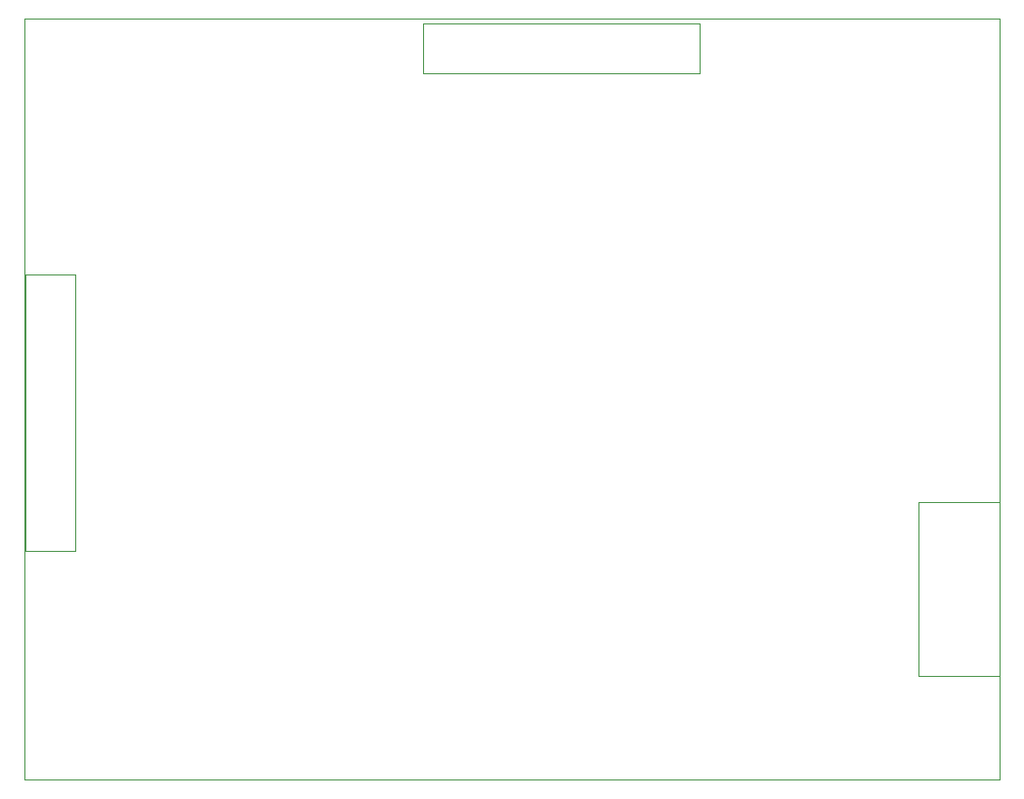
<source format=gm1>
G04*
G04 #@! TF.GenerationSoftware,Altium Limited,Altium Designer,19.1.8 (144)*
G04*
G04 Layer_Color=16711935*
%FSLAX25Y25*%
%MOIN*%
G70*
G01*
G75*
%ADD61C,0.00049*%
%ADD62C,0.00100*%
D61*
X372424Y104846D02*
Y105146D01*
Y104846D02*
X399824D01*
X400024Y105046D01*
Y163746D01*
X399724Y164046D02*
X400024Y163746D01*
X372424Y164046D02*
X399724D01*
X372424Y105146D02*
Y164046D01*
X67398Y69201D02*
X399903D01*
Y328901D01*
X67398D02*
X399903D01*
X67398Y69201D02*
Y328901D01*
D62*
X67602Y147300D02*
X84587D01*
Y241787D01*
X67603D02*
X84587D01*
X67602Y147300D02*
X67713Y241787D01*
X203400Y327499D02*
X297887Y327387D01*
Y310513D02*
Y327497D01*
X203400Y310513D02*
X297887D01*
X203400D02*
Y327499D01*
M02*

</source>
